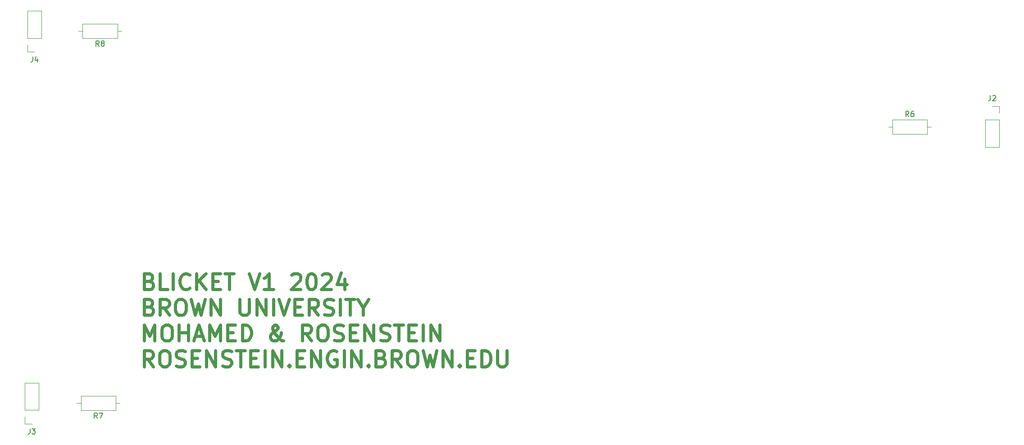
<source format=gbr>
%TF.GenerationSoftware,KiCad,Pcbnew,8.0.3*%
%TF.CreationDate,2024-11-03T11:14:26-05:00*%
%TF.ProjectId,toy,746f792e-6b69-4636-9164-5f7063625858,rev?*%
%TF.SameCoordinates,Original*%
%TF.FileFunction,Legend,Top*%
%TF.FilePolarity,Positive*%
%FSLAX46Y46*%
G04 Gerber Fmt 4.6, Leading zero omitted, Abs format (unit mm)*
G04 Created by KiCad (PCBNEW 8.0.3) date 2024-11-03 11:14:26*
%MOMM*%
%LPD*%
G01*
G04 APERTURE LIST*
%ADD10C,0.600000*%
%ADD11C,0.150000*%
%ADD12C,0.120000*%
G04 APERTURE END LIST*
D10*
X68109021Y-103540732D02*
X68537593Y-103683589D01*
X68537593Y-103683589D02*
X68680450Y-103826446D01*
X68680450Y-103826446D02*
X68823307Y-104112161D01*
X68823307Y-104112161D02*
X68823307Y-104540732D01*
X68823307Y-104540732D02*
X68680450Y-104826446D01*
X68680450Y-104826446D02*
X68537593Y-104969304D01*
X68537593Y-104969304D02*
X68251878Y-105112161D01*
X68251878Y-105112161D02*
X67109021Y-105112161D01*
X67109021Y-105112161D02*
X67109021Y-102112161D01*
X67109021Y-102112161D02*
X68109021Y-102112161D01*
X68109021Y-102112161D02*
X68394736Y-102255018D01*
X68394736Y-102255018D02*
X68537593Y-102397875D01*
X68537593Y-102397875D02*
X68680450Y-102683589D01*
X68680450Y-102683589D02*
X68680450Y-102969304D01*
X68680450Y-102969304D02*
X68537593Y-103255018D01*
X68537593Y-103255018D02*
X68394736Y-103397875D01*
X68394736Y-103397875D02*
X68109021Y-103540732D01*
X68109021Y-103540732D02*
X67109021Y-103540732D01*
X71537593Y-105112161D02*
X70109021Y-105112161D01*
X70109021Y-105112161D02*
X70109021Y-102112161D01*
X72537592Y-105112161D02*
X72537592Y-102112161D01*
X75680449Y-104826446D02*
X75537592Y-104969304D01*
X75537592Y-104969304D02*
X75109020Y-105112161D01*
X75109020Y-105112161D02*
X74823306Y-105112161D01*
X74823306Y-105112161D02*
X74394735Y-104969304D01*
X74394735Y-104969304D02*
X74109020Y-104683589D01*
X74109020Y-104683589D02*
X73966163Y-104397875D01*
X73966163Y-104397875D02*
X73823306Y-103826446D01*
X73823306Y-103826446D02*
X73823306Y-103397875D01*
X73823306Y-103397875D02*
X73966163Y-102826446D01*
X73966163Y-102826446D02*
X74109020Y-102540732D01*
X74109020Y-102540732D02*
X74394735Y-102255018D01*
X74394735Y-102255018D02*
X74823306Y-102112161D01*
X74823306Y-102112161D02*
X75109020Y-102112161D01*
X75109020Y-102112161D02*
X75537592Y-102255018D01*
X75537592Y-102255018D02*
X75680449Y-102397875D01*
X76966163Y-105112161D02*
X76966163Y-102112161D01*
X78680449Y-105112161D02*
X77394735Y-103397875D01*
X78680449Y-102112161D02*
X76966163Y-103826446D01*
X79966163Y-103540732D02*
X80966163Y-103540732D01*
X81394735Y-105112161D02*
X79966163Y-105112161D01*
X79966163Y-105112161D02*
X79966163Y-102112161D01*
X79966163Y-102112161D02*
X81394735Y-102112161D01*
X82251878Y-102112161D02*
X83966164Y-102112161D01*
X83109021Y-105112161D02*
X83109021Y-102112161D01*
X86823306Y-102112161D02*
X87823306Y-105112161D01*
X87823306Y-105112161D02*
X88823306Y-102112161D01*
X91394735Y-105112161D02*
X89680449Y-105112161D01*
X90537592Y-105112161D02*
X90537592Y-102112161D01*
X90537592Y-102112161D02*
X90251878Y-102540732D01*
X90251878Y-102540732D02*
X89966163Y-102826446D01*
X89966163Y-102826446D02*
X89680449Y-102969304D01*
X94823306Y-102397875D02*
X94966163Y-102255018D01*
X94966163Y-102255018D02*
X95251878Y-102112161D01*
X95251878Y-102112161D02*
X95966163Y-102112161D01*
X95966163Y-102112161D02*
X96251878Y-102255018D01*
X96251878Y-102255018D02*
X96394735Y-102397875D01*
X96394735Y-102397875D02*
X96537592Y-102683589D01*
X96537592Y-102683589D02*
X96537592Y-102969304D01*
X96537592Y-102969304D02*
X96394735Y-103397875D01*
X96394735Y-103397875D02*
X94680449Y-105112161D01*
X94680449Y-105112161D02*
X96537592Y-105112161D01*
X98394735Y-102112161D02*
X98680449Y-102112161D01*
X98680449Y-102112161D02*
X98966163Y-102255018D01*
X98966163Y-102255018D02*
X99109021Y-102397875D01*
X99109021Y-102397875D02*
X99251878Y-102683589D01*
X99251878Y-102683589D02*
X99394735Y-103255018D01*
X99394735Y-103255018D02*
X99394735Y-103969304D01*
X99394735Y-103969304D02*
X99251878Y-104540732D01*
X99251878Y-104540732D02*
X99109021Y-104826446D01*
X99109021Y-104826446D02*
X98966163Y-104969304D01*
X98966163Y-104969304D02*
X98680449Y-105112161D01*
X98680449Y-105112161D02*
X98394735Y-105112161D01*
X98394735Y-105112161D02*
X98109021Y-104969304D01*
X98109021Y-104969304D02*
X97966163Y-104826446D01*
X97966163Y-104826446D02*
X97823306Y-104540732D01*
X97823306Y-104540732D02*
X97680449Y-103969304D01*
X97680449Y-103969304D02*
X97680449Y-103255018D01*
X97680449Y-103255018D02*
X97823306Y-102683589D01*
X97823306Y-102683589D02*
X97966163Y-102397875D01*
X97966163Y-102397875D02*
X98109021Y-102255018D01*
X98109021Y-102255018D02*
X98394735Y-102112161D01*
X100537592Y-102397875D02*
X100680449Y-102255018D01*
X100680449Y-102255018D02*
X100966164Y-102112161D01*
X100966164Y-102112161D02*
X101680449Y-102112161D01*
X101680449Y-102112161D02*
X101966164Y-102255018D01*
X101966164Y-102255018D02*
X102109021Y-102397875D01*
X102109021Y-102397875D02*
X102251878Y-102683589D01*
X102251878Y-102683589D02*
X102251878Y-102969304D01*
X102251878Y-102969304D02*
X102109021Y-103397875D01*
X102109021Y-103397875D02*
X100394735Y-105112161D01*
X100394735Y-105112161D02*
X102251878Y-105112161D01*
X104823307Y-103112161D02*
X104823307Y-105112161D01*
X104109021Y-101969304D02*
X103394735Y-104112161D01*
X103394735Y-104112161D02*
X105251878Y-104112161D01*
X68109021Y-108370564D02*
X68537593Y-108513421D01*
X68537593Y-108513421D02*
X68680450Y-108656278D01*
X68680450Y-108656278D02*
X68823307Y-108941993D01*
X68823307Y-108941993D02*
X68823307Y-109370564D01*
X68823307Y-109370564D02*
X68680450Y-109656278D01*
X68680450Y-109656278D02*
X68537593Y-109799136D01*
X68537593Y-109799136D02*
X68251878Y-109941993D01*
X68251878Y-109941993D02*
X67109021Y-109941993D01*
X67109021Y-109941993D02*
X67109021Y-106941993D01*
X67109021Y-106941993D02*
X68109021Y-106941993D01*
X68109021Y-106941993D02*
X68394736Y-107084850D01*
X68394736Y-107084850D02*
X68537593Y-107227707D01*
X68537593Y-107227707D02*
X68680450Y-107513421D01*
X68680450Y-107513421D02*
X68680450Y-107799136D01*
X68680450Y-107799136D02*
X68537593Y-108084850D01*
X68537593Y-108084850D02*
X68394736Y-108227707D01*
X68394736Y-108227707D02*
X68109021Y-108370564D01*
X68109021Y-108370564D02*
X67109021Y-108370564D01*
X71823307Y-109941993D02*
X70823307Y-108513421D01*
X70109021Y-109941993D02*
X70109021Y-106941993D01*
X70109021Y-106941993D02*
X71251878Y-106941993D01*
X71251878Y-106941993D02*
X71537593Y-107084850D01*
X71537593Y-107084850D02*
X71680450Y-107227707D01*
X71680450Y-107227707D02*
X71823307Y-107513421D01*
X71823307Y-107513421D02*
X71823307Y-107941993D01*
X71823307Y-107941993D02*
X71680450Y-108227707D01*
X71680450Y-108227707D02*
X71537593Y-108370564D01*
X71537593Y-108370564D02*
X71251878Y-108513421D01*
X71251878Y-108513421D02*
X70109021Y-108513421D01*
X73680450Y-106941993D02*
X74251878Y-106941993D01*
X74251878Y-106941993D02*
X74537593Y-107084850D01*
X74537593Y-107084850D02*
X74823307Y-107370564D01*
X74823307Y-107370564D02*
X74966164Y-107941993D01*
X74966164Y-107941993D02*
X74966164Y-108941993D01*
X74966164Y-108941993D02*
X74823307Y-109513421D01*
X74823307Y-109513421D02*
X74537593Y-109799136D01*
X74537593Y-109799136D02*
X74251878Y-109941993D01*
X74251878Y-109941993D02*
X73680450Y-109941993D01*
X73680450Y-109941993D02*
X73394736Y-109799136D01*
X73394736Y-109799136D02*
X73109021Y-109513421D01*
X73109021Y-109513421D02*
X72966164Y-108941993D01*
X72966164Y-108941993D02*
X72966164Y-107941993D01*
X72966164Y-107941993D02*
X73109021Y-107370564D01*
X73109021Y-107370564D02*
X73394736Y-107084850D01*
X73394736Y-107084850D02*
X73680450Y-106941993D01*
X75966164Y-106941993D02*
X76680450Y-109941993D01*
X76680450Y-109941993D02*
X77251878Y-107799136D01*
X77251878Y-107799136D02*
X77823307Y-109941993D01*
X77823307Y-109941993D02*
X78537593Y-106941993D01*
X79680449Y-109941993D02*
X79680449Y-106941993D01*
X79680449Y-106941993D02*
X81394735Y-109941993D01*
X81394735Y-109941993D02*
X81394735Y-106941993D01*
X85109020Y-106941993D02*
X85109020Y-109370564D01*
X85109020Y-109370564D02*
X85251877Y-109656278D01*
X85251877Y-109656278D02*
X85394735Y-109799136D01*
X85394735Y-109799136D02*
X85680449Y-109941993D01*
X85680449Y-109941993D02*
X86251877Y-109941993D01*
X86251877Y-109941993D02*
X86537592Y-109799136D01*
X86537592Y-109799136D02*
X86680449Y-109656278D01*
X86680449Y-109656278D02*
X86823306Y-109370564D01*
X86823306Y-109370564D02*
X86823306Y-106941993D01*
X88251877Y-109941993D02*
X88251877Y-106941993D01*
X88251877Y-106941993D02*
X89966163Y-109941993D01*
X89966163Y-109941993D02*
X89966163Y-106941993D01*
X91394734Y-109941993D02*
X91394734Y-106941993D01*
X92394734Y-106941993D02*
X93394734Y-109941993D01*
X93394734Y-109941993D02*
X94394734Y-106941993D01*
X95394734Y-108370564D02*
X96394734Y-108370564D01*
X96823306Y-109941993D02*
X95394734Y-109941993D01*
X95394734Y-109941993D02*
X95394734Y-106941993D01*
X95394734Y-106941993D02*
X96823306Y-106941993D01*
X99823306Y-109941993D02*
X98823306Y-108513421D01*
X98109020Y-109941993D02*
X98109020Y-106941993D01*
X98109020Y-106941993D02*
X99251877Y-106941993D01*
X99251877Y-106941993D02*
X99537592Y-107084850D01*
X99537592Y-107084850D02*
X99680449Y-107227707D01*
X99680449Y-107227707D02*
X99823306Y-107513421D01*
X99823306Y-107513421D02*
X99823306Y-107941993D01*
X99823306Y-107941993D02*
X99680449Y-108227707D01*
X99680449Y-108227707D02*
X99537592Y-108370564D01*
X99537592Y-108370564D02*
X99251877Y-108513421D01*
X99251877Y-108513421D02*
X98109020Y-108513421D01*
X100966163Y-109799136D02*
X101394735Y-109941993D01*
X101394735Y-109941993D02*
X102109020Y-109941993D01*
X102109020Y-109941993D02*
X102394735Y-109799136D01*
X102394735Y-109799136D02*
X102537592Y-109656278D01*
X102537592Y-109656278D02*
X102680449Y-109370564D01*
X102680449Y-109370564D02*
X102680449Y-109084850D01*
X102680449Y-109084850D02*
X102537592Y-108799136D01*
X102537592Y-108799136D02*
X102394735Y-108656278D01*
X102394735Y-108656278D02*
X102109020Y-108513421D01*
X102109020Y-108513421D02*
X101537592Y-108370564D01*
X101537592Y-108370564D02*
X101251877Y-108227707D01*
X101251877Y-108227707D02*
X101109020Y-108084850D01*
X101109020Y-108084850D02*
X100966163Y-107799136D01*
X100966163Y-107799136D02*
X100966163Y-107513421D01*
X100966163Y-107513421D02*
X101109020Y-107227707D01*
X101109020Y-107227707D02*
X101251877Y-107084850D01*
X101251877Y-107084850D02*
X101537592Y-106941993D01*
X101537592Y-106941993D02*
X102251877Y-106941993D01*
X102251877Y-106941993D02*
X102680449Y-107084850D01*
X103966163Y-109941993D02*
X103966163Y-106941993D01*
X104966163Y-106941993D02*
X106680449Y-106941993D01*
X105823306Y-109941993D02*
X105823306Y-106941993D01*
X108251877Y-108513421D02*
X108251877Y-109941993D01*
X107251877Y-106941993D02*
X108251877Y-108513421D01*
X108251877Y-108513421D02*
X109251877Y-106941993D01*
X67109021Y-114771825D02*
X67109021Y-111771825D01*
X67109021Y-111771825D02*
X68109021Y-113914682D01*
X68109021Y-113914682D02*
X69109021Y-111771825D01*
X69109021Y-111771825D02*
X69109021Y-114771825D01*
X71109021Y-111771825D02*
X71680449Y-111771825D01*
X71680449Y-111771825D02*
X71966164Y-111914682D01*
X71966164Y-111914682D02*
X72251878Y-112200396D01*
X72251878Y-112200396D02*
X72394735Y-112771825D01*
X72394735Y-112771825D02*
X72394735Y-113771825D01*
X72394735Y-113771825D02*
X72251878Y-114343253D01*
X72251878Y-114343253D02*
X71966164Y-114628968D01*
X71966164Y-114628968D02*
X71680449Y-114771825D01*
X71680449Y-114771825D02*
X71109021Y-114771825D01*
X71109021Y-114771825D02*
X70823307Y-114628968D01*
X70823307Y-114628968D02*
X70537592Y-114343253D01*
X70537592Y-114343253D02*
X70394735Y-113771825D01*
X70394735Y-113771825D02*
X70394735Y-112771825D01*
X70394735Y-112771825D02*
X70537592Y-112200396D01*
X70537592Y-112200396D02*
X70823307Y-111914682D01*
X70823307Y-111914682D02*
X71109021Y-111771825D01*
X73680449Y-114771825D02*
X73680449Y-111771825D01*
X73680449Y-113200396D02*
X75394735Y-113200396D01*
X75394735Y-114771825D02*
X75394735Y-111771825D01*
X76680449Y-113914682D02*
X78109021Y-113914682D01*
X76394735Y-114771825D02*
X77394735Y-111771825D01*
X77394735Y-111771825D02*
X78394735Y-114771825D01*
X79394735Y-114771825D02*
X79394735Y-111771825D01*
X79394735Y-111771825D02*
X80394735Y-113914682D01*
X80394735Y-113914682D02*
X81394735Y-111771825D01*
X81394735Y-111771825D02*
X81394735Y-114771825D01*
X82823306Y-113200396D02*
X83823306Y-113200396D01*
X84251878Y-114771825D02*
X82823306Y-114771825D01*
X82823306Y-114771825D02*
X82823306Y-111771825D01*
X82823306Y-111771825D02*
X84251878Y-111771825D01*
X85537592Y-114771825D02*
X85537592Y-111771825D01*
X85537592Y-111771825D02*
X86251878Y-111771825D01*
X86251878Y-111771825D02*
X86680449Y-111914682D01*
X86680449Y-111914682D02*
X86966164Y-112200396D01*
X86966164Y-112200396D02*
X87109021Y-112486110D01*
X87109021Y-112486110D02*
X87251878Y-113057539D01*
X87251878Y-113057539D02*
X87251878Y-113486110D01*
X87251878Y-113486110D02*
X87109021Y-114057539D01*
X87109021Y-114057539D02*
X86966164Y-114343253D01*
X86966164Y-114343253D02*
X86680449Y-114628968D01*
X86680449Y-114628968D02*
X86251878Y-114771825D01*
X86251878Y-114771825D02*
X85537592Y-114771825D01*
X93251878Y-114771825D02*
X93109021Y-114771825D01*
X93109021Y-114771825D02*
X92823306Y-114628968D01*
X92823306Y-114628968D02*
X92394735Y-114200396D01*
X92394735Y-114200396D02*
X91680449Y-113343253D01*
X91680449Y-113343253D02*
X91394735Y-112914682D01*
X91394735Y-112914682D02*
X91251878Y-112486110D01*
X91251878Y-112486110D02*
X91251878Y-112200396D01*
X91251878Y-112200396D02*
X91394735Y-111914682D01*
X91394735Y-111914682D02*
X91680449Y-111771825D01*
X91680449Y-111771825D02*
X91823306Y-111771825D01*
X91823306Y-111771825D02*
X92109021Y-111914682D01*
X92109021Y-111914682D02*
X92251878Y-112200396D01*
X92251878Y-112200396D02*
X92251878Y-112343253D01*
X92251878Y-112343253D02*
X92109021Y-112628968D01*
X92109021Y-112628968D02*
X91966163Y-112771825D01*
X91966163Y-112771825D02*
X91109021Y-113343253D01*
X91109021Y-113343253D02*
X90966163Y-113486110D01*
X90966163Y-113486110D02*
X90823306Y-113771825D01*
X90823306Y-113771825D02*
X90823306Y-114200396D01*
X90823306Y-114200396D02*
X90966163Y-114486110D01*
X90966163Y-114486110D02*
X91109021Y-114628968D01*
X91109021Y-114628968D02*
X91394735Y-114771825D01*
X91394735Y-114771825D02*
X91823306Y-114771825D01*
X91823306Y-114771825D02*
X92109021Y-114628968D01*
X92109021Y-114628968D02*
X92251878Y-114486110D01*
X92251878Y-114486110D02*
X92680449Y-113914682D01*
X92680449Y-113914682D02*
X92823306Y-113486110D01*
X92823306Y-113486110D02*
X92823306Y-113200396D01*
X98537592Y-114771825D02*
X97537592Y-113343253D01*
X96823306Y-114771825D02*
X96823306Y-111771825D01*
X96823306Y-111771825D02*
X97966163Y-111771825D01*
X97966163Y-111771825D02*
X98251878Y-111914682D01*
X98251878Y-111914682D02*
X98394735Y-112057539D01*
X98394735Y-112057539D02*
X98537592Y-112343253D01*
X98537592Y-112343253D02*
X98537592Y-112771825D01*
X98537592Y-112771825D02*
X98394735Y-113057539D01*
X98394735Y-113057539D02*
X98251878Y-113200396D01*
X98251878Y-113200396D02*
X97966163Y-113343253D01*
X97966163Y-113343253D02*
X96823306Y-113343253D01*
X100394735Y-111771825D02*
X100966163Y-111771825D01*
X100966163Y-111771825D02*
X101251878Y-111914682D01*
X101251878Y-111914682D02*
X101537592Y-112200396D01*
X101537592Y-112200396D02*
X101680449Y-112771825D01*
X101680449Y-112771825D02*
X101680449Y-113771825D01*
X101680449Y-113771825D02*
X101537592Y-114343253D01*
X101537592Y-114343253D02*
X101251878Y-114628968D01*
X101251878Y-114628968D02*
X100966163Y-114771825D01*
X100966163Y-114771825D02*
X100394735Y-114771825D01*
X100394735Y-114771825D02*
X100109021Y-114628968D01*
X100109021Y-114628968D02*
X99823306Y-114343253D01*
X99823306Y-114343253D02*
X99680449Y-113771825D01*
X99680449Y-113771825D02*
X99680449Y-112771825D01*
X99680449Y-112771825D02*
X99823306Y-112200396D01*
X99823306Y-112200396D02*
X100109021Y-111914682D01*
X100109021Y-111914682D02*
X100394735Y-111771825D01*
X102823306Y-114628968D02*
X103251878Y-114771825D01*
X103251878Y-114771825D02*
X103966163Y-114771825D01*
X103966163Y-114771825D02*
X104251878Y-114628968D01*
X104251878Y-114628968D02*
X104394735Y-114486110D01*
X104394735Y-114486110D02*
X104537592Y-114200396D01*
X104537592Y-114200396D02*
X104537592Y-113914682D01*
X104537592Y-113914682D02*
X104394735Y-113628968D01*
X104394735Y-113628968D02*
X104251878Y-113486110D01*
X104251878Y-113486110D02*
X103966163Y-113343253D01*
X103966163Y-113343253D02*
X103394735Y-113200396D01*
X103394735Y-113200396D02*
X103109020Y-113057539D01*
X103109020Y-113057539D02*
X102966163Y-112914682D01*
X102966163Y-112914682D02*
X102823306Y-112628968D01*
X102823306Y-112628968D02*
X102823306Y-112343253D01*
X102823306Y-112343253D02*
X102966163Y-112057539D01*
X102966163Y-112057539D02*
X103109020Y-111914682D01*
X103109020Y-111914682D02*
X103394735Y-111771825D01*
X103394735Y-111771825D02*
X104109020Y-111771825D01*
X104109020Y-111771825D02*
X104537592Y-111914682D01*
X105823306Y-113200396D02*
X106823306Y-113200396D01*
X107251878Y-114771825D02*
X105823306Y-114771825D01*
X105823306Y-114771825D02*
X105823306Y-111771825D01*
X105823306Y-111771825D02*
X107251878Y-111771825D01*
X108537592Y-114771825D02*
X108537592Y-111771825D01*
X108537592Y-111771825D02*
X110251878Y-114771825D01*
X110251878Y-114771825D02*
X110251878Y-111771825D01*
X111537592Y-114628968D02*
X111966164Y-114771825D01*
X111966164Y-114771825D02*
X112680449Y-114771825D01*
X112680449Y-114771825D02*
X112966164Y-114628968D01*
X112966164Y-114628968D02*
X113109021Y-114486110D01*
X113109021Y-114486110D02*
X113251878Y-114200396D01*
X113251878Y-114200396D02*
X113251878Y-113914682D01*
X113251878Y-113914682D02*
X113109021Y-113628968D01*
X113109021Y-113628968D02*
X112966164Y-113486110D01*
X112966164Y-113486110D02*
X112680449Y-113343253D01*
X112680449Y-113343253D02*
X112109021Y-113200396D01*
X112109021Y-113200396D02*
X111823306Y-113057539D01*
X111823306Y-113057539D02*
X111680449Y-112914682D01*
X111680449Y-112914682D02*
X111537592Y-112628968D01*
X111537592Y-112628968D02*
X111537592Y-112343253D01*
X111537592Y-112343253D02*
X111680449Y-112057539D01*
X111680449Y-112057539D02*
X111823306Y-111914682D01*
X111823306Y-111914682D02*
X112109021Y-111771825D01*
X112109021Y-111771825D02*
X112823306Y-111771825D01*
X112823306Y-111771825D02*
X113251878Y-111914682D01*
X114109021Y-111771825D02*
X115823307Y-111771825D01*
X114966164Y-114771825D02*
X114966164Y-111771825D01*
X116823306Y-113200396D02*
X117823306Y-113200396D01*
X118251878Y-114771825D02*
X116823306Y-114771825D01*
X116823306Y-114771825D02*
X116823306Y-111771825D01*
X116823306Y-111771825D02*
X118251878Y-111771825D01*
X119537592Y-114771825D02*
X119537592Y-111771825D01*
X120966163Y-114771825D02*
X120966163Y-111771825D01*
X120966163Y-111771825D02*
X122680449Y-114771825D01*
X122680449Y-114771825D02*
X122680449Y-111771825D01*
X68823307Y-119601657D02*
X67823307Y-118173085D01*
X67109021Y-119601657D02*
X67109021Y-116601657D01*
X67109021Y-116601657D02*
X68251878Y-116601657D01*
X68251878Y-116601657D02*
X68537593Y-116744514D01*
X68537593Y-116744514D02*
X68680450Y-116887371D01*
X68680450Y-116887371D02*
X68823307Y-117173085D01*
X68823307Y-117173085D02*
X68823307Y-117601657D01*
X68823307Y-117601657D02*
X68680450Y-117887371D01*
X68680450Y-117887371D02*
X68537593Y-118030228D01*
X68537593Y-118030228D02*
X68251878Y-118173085D01*
X68251878Y-118173085D02*
X67109021Y-118173085D01*
X70680450Y-116601657D02*
X71251878Y-116601657D01*
X71251878Y-116601657D02*
X71537593Y-116744514D01*
X71537593Y-116744514D02*
X71823307Y-117030228D01*
X71823307Y-117030228D02*
X71966164Y-117601657D01*
X71966164Y-117601657D02*
X71966164Y-118601657D01*
X71966164Y-118601657D02*
X71823307Y-119173085D01*
X71823307Y-119173085D02*
X71537593Y-119458800D01*
X71537593Y-119458800D02*
X71251878Y-119601657D01*
X71251878Y-119601657D02*
X70680450Y-119601657D01*
X70680450Y-119601657D02*
X70394736Y-119458800D01*
X70394736Y-119458800D02*
X70109021Y-119173085D01*
X70109021Y-119173085D02*
X69966164Y-118601657D01*
X69966164Y-118601657D02*
X69966164Y-117601657D01*
X69966164Y-117601657D02*
X70109021Y-117030228D01*
X70109021Y-117030228D02*
X70394736Y-116744514D01*
X70394736Y-116744514D02*
X70680450Y-116601657D01*
X73109021Y-119458800D02*
X73537593Y-119601657D01*
X73537593Y-119601657D02*
X74251878Y-119601657D01*
X74251878Y-119601657D02*
X74537593Y-119458800D01*
X74537593Y-119458800D02*
X74680450Y-119315942D01*
X74680450Y-119315942D02*
X74823307Y-119030228D01*
X74823307Y-119030228D02*
X74823307Y-118744514D01*
X74823307Y-118744514D02*
X74680450Y-118458800D01*
X74680450Y-118458800D02*
X74537593Y-118315942D01*
X74537593Y-118315942D02*
X74251878Y-118173085D01*
X74251878Y-118173085D02*
X73680450Y-118030228D01*
X73680450Y-118030228D02*
X73394735Y-117887371D01*
X73394735Y-117887371D02*
X73251878Y-117744514D01*
X73251878Y-117744514D02*
X73109021Y-117458800D01*
X73109021Y-117458800D02*
X73109021Y-117173085D01*
X73109021Y-117173085D02*
X73251878Y-116887371D01*
X73251878Y-116887371D02*
X73394735Y-116744514D01*
X73394735Y-116744514D02*
X73680450Y-116601657D01*
X73680450Y-116601657D02*
X74394735Y-116601657D01*
X74394735Y-116601657D02*
X74823307Y-116744514D01*
X76109021Y-118030228D02*
X77109021Y-118030228D01*
X77537593Y-119601657D02*
X76109021Y-119601657D01*
X76109021Y-119601657D02*
X76109021Y-116601657D01*
X76109021Y-116601657D02*
X77537593Y-116601657D01*
X78823307Y-119601657D02*
X78823307Y-116601657D01*
X78823307Y-116601657D02*
X80537593Y-119601657D01*
X80537593Y-119601657D02*
X80537593Y-116601657D01*
X81823307Y-119458800D02*
X82251879Y-119601657D01*
X82251879Y-119601657D02*
X82966164Y-119601657D01*
X82966164Y-119601657D02*
X83251879Y-119458800D01*
X83251879Y-119458800D02*
X83394736Y-119315942D01*
X83394736Y-119315942D02*
X83537593Y-119030228D01*
X83537593Y-119030228D02*
X83537593Y-118744514D01*
X83537593Y-118744514D02*
X83394736Y-118458800D01*
X83394736Y-118458800D02*
X83251879Y-118315942D01*
X83251879Y-118315942D02*
X82966164Y-118173085D01*
X82966164Y-118173085D02*
X82394736Y-118030228D01*
X82394736Y-118030228D02*
X82109021Y-117887371D01*
X82109021Y-117887371D02*
X81966164Y-117744514D01*
X81966164Y-117744514D02*
X81823307Y-117458800D01*
X81823307Y-117458800D02*
X81823307Y-117173085D01*
X81823307Y-117173085D02*
X81966164Y-116887371D01*
X81966164Y-116887371D02*
X82109021Y-116744514D01*
X82109021Y-116744514D02*
X82394736Y-116601657D01*
X82394736Y-116601657D02*
X83109021Y-116601657D01*
X83109021Y-116601657D02*
X83537593Y-116744514D01*
X84394736Y-116601657D02*
X86109022Y-116601657D01*
X85251879Y-119601657D02*
X85251879Y-116601657D01*
X87109021Y-118030228D02*
X88109021Y-118030228D01*
X88537593Y-119601657D02*
X87109021Y-119601657D01*
X87109021Y-119601657D02*
X87109021Y-116601657D01*
X87109021Y-116601657D02*
X88537593Y-116601657D01*
X89823307Y-119601657D02*
X89823307Y-116601657D01*
X91251878Y-119601657D02*
X91251878Y-116601657D01*
X91251878Y-116601657D02*
X92966164Y-119601657D01*
X92966164Y-119601657D02*
X92966164Y-116601657D01*
X94394735Y-119315942D02*
X94537592Y-119458800D01*
X94537592Y-119458800D02*
X94394735Y-119601657D01*
X94394735Y-119601657D02*
X94251878Y-119458800D01*
X94251878Y-119458800D02*
X94394735Y-119315942D01*
X94394735Y-119315942D02*
X94394735Y-119601657D01*
X95823306Y-118030228D02*
X96823306Y-118030228D01*
X97251878Y-119601657D02*
X95823306Y-119601657D01*
X95823306Y-119601657D02*
X95823306Y-116601657D01*
X95823306Y-116601657D02*
X97251878Y-116601657D01*
X98537592Y-119601657D02*
X98537592Y-116601657D01*
X98537592Y-116601657D02*
X100251878Y-119601657D01*
X100251878Y-119601657D02*
X100251878Y-116601657D01*
X103251878Y-116744514D02*
X102966164Y-116601657D01*
X102966164Y-116601657D02*
X102537592Y-116601657D01*
X102537592Y-116601657D02*
X102109021Y-116744514D01*
X102109021Y-116744514D02*
X101823306Y-117030228D01*
X101823306Y-117030228D02*
X101680449Y-117315942D01*
X101680449Y-117315942D02*
X101537592Y-117887371D01*
X101537592Y-117887371D02*
X101537592Y-118315942D01*
X101537592Y-118315942D02*
X101680449Y-118887371D01*
X101680449Y-118887371D02*
X101823306Y-119173085D01*
X101823306Y-119173085D02*
X102109021Y-119458800D01*
X102109021Y-119458800D02*
X102537592Y-119601657D01*
X102537592Y-119601657D02*
X102823306Y-119601657D01*
X102823306Y-119601657D02*
X103251878Y-119458800D01*
X103251878Y-119458800D02*
X103394735Y-119315942D01*
X103394735Y-119315942D02*
X103394735Y-118315942D01*
X103394735Y-118315942D02*
X102823306Y-118315942D01*
X104680449Y-119601657D02*
X104680449Y-116601657D01*
X106109020Y-119601657D02*
X106109020Y-116601657D01*
X106109020Y-116601657D02*
X107823306Y-119601657D01*
X107823306Y-119601657D02*
X107823306Y-116601657D01*
X109251877Y-119315942D02*
X109394734Y-119458800D01*
X109394734Y-119458800D02*
X109251877Y-119601657D01*
X109251877Y-119601657D02*
X109109020Y-119458800D01*
X109109020Y-119458800D02*
X109251877Y-119315942D01*
X109251877Y-119315942D02*
X109251877Y-119601657D01*
X111680448Y-118030228D02*
X112109020Y-118173085D01*
X112109020Y-118173085D02*
X112251877Y-118315942D01*
X112251877Y-118315942D02*
X112394734Y-118601657D01*
X112394734Y-118601657D02*
X112394734Y-119030228D01*
X112394734Y-119030228D02*
X112251877Y-119315942D01*
X112251877Y-119315942D02*
X112109020Y-119458800D01*
X112109020Y-119458800D02*
X111823305Y-119601657D01*
X111823305Y-119601657D02*
X110680448Y-119601657D01*
X110680448Y-119601657D02*
X110680448Y-116601657D01*
X110680448Y-116601657D02*
X111680448Y-116601657D01*
X111680448Y-116601657D02*
X111966163Y-116744514D01*
X111966163Y-116744514D02*
X112109020Y-116887371D01*
X112109020Y-116887371D02*
X112251877Y-117173085D01*
X112251877Y-117173085D02*
X112251877Y-117458800D01*
X112251877Y-117458800D02*
X112109020Y-117744514D01*
X112109020Y-117744514D02*
X111966163Y-117887371D01*
X111966163Y-117887371D02*
X111680448Y-118030228D01*
X111680448Y-118030228D02*
X110680448Y-118030228D01*
X115394734Y-119601657D02*
X114394734Y-118173085D01*
X113680448Y-119601657D02*
X113680448Y-116601657D01*
X113680448Y-116601657D02*
X114823305Y-116601657D01*
X114823305Y-116601657D02*
X115109020Y-116744514D01*
X115109020Y-116744514D02*
X115251877Y-116887371D01*
X115251877Y-116887371D02*
X115394734Y-117173085D01*
X115394734Y-117173085D02*
X115394734Y-117601657D01*
X115394734Y-117601657D02*
X115251877Y-117887371D01*
X115251877Y-117887371D02*
X115109020Y-118030228D01*
X115109020Y-118030228D02*
X114823305Y-118173085D01*
X114823305Y-118173085D02*
X113680448Y-118173085D01*
X117251877Y-116601657D02*
X117823305Y-116601657D01*
X117823305Y-116601657D02*
X118109020Y-116744514D01*
X118109020Y-116744514D02*
X118394734Y-117030228D01*
X118394734Y-117030228D02*
X118537591Y-117601657D01*
X118537591Y-117601657D02*
X118537591Y-118601657D01*
X118537591Y-118601657D02*
X118394734Y-119173085D01*
X118394734Y-119173085D02*
X118109020Y-119458800D01*
X118109020Y-119458800D02*
X117823305Y-119601657D01*
X117823305Y-119601657D02*
X117251877Y-119601657D01*
X117251877Y-119601657D02*
X116966163Y-119458800D01*
X116966163Y-119458800D02*
X116680448Y-119173085D01*
X116680448Y-119173085D02*
X116537591Y-118601657D01*
X116537591Y-118601657D02*
X116537591Y-117601657D01*
X116537591Y-117601657D02*
X116680448Y-117030228D01*
X116680448Y-117030228D02*
X116966163Y-116744514D01*
X116966163Y-116744514D02*
X117251877Y-116601657D01*
X119537591Y-116601657D02*
X120251877Y-119601657D01*
X120251877Y-119601657D02*
X120823305Y-117458800D01*
X120823305Y-117458800D02*
X121394734Y-119601657D01*
X121394734Y-119601657D02*
X122109020Y-116601657D01*
X123251876Y-119601657D02*
X123251876Y-116601657D01*
X123251876Y-116601657D02*
X124966162Y-119601657D01*
X124966162Y-119601657D02*
X124966162Y-116601657D01*
X126394733Y-119315942D02*
X126537590Y-119458800D01*
X126537590Y-119458800D02*
X126394733Y-119601657D01*
X126394733Y-119601657D02*
X126251876Y-119458800D01*
X126251876Y-119458800D02*
X126394733Y-119315942D01*
X126394733Y-119315942D02*
X126394733Y-119601657D01*
X127823304Y-118030228D02*
X128823304Y-118030228D01*
X129251876Y-119601657D02*
X127823304Y-119601657D01*
X127823304Y-119601657D02*
X127823304Y-116601657D01*
X127823304Y-116601657D02*
X129251876Y-116601657D01*
X130537590Y-119601657D02*
X130537590Y-116601657D01*
X130537590Y-116601657D02*
X131251876Y-116601657D01*
X131251876Y-116601657D02*
X131680447Y-116744514D01*
X131680447Y-116744514D02*
X131966162Y-117030228D01*
X131966162Y-117030228D02*
X132109019Y-117315942D01*
X132109019Y-117315942D02*
X132251876Y-117887371D01*
X132251876Y-117887371D02*
X132251876Y-118315942D01*
X132251876Y-118315942D02*
X132109019Y-118887371D01*
X132109019Y-118887371D02*
X131966162Y-119173085D01*
X131966162Y-119173085D02*
X131680447Y-119458800D01*
X131680447Y-119458800D02*
X131251876Y-119601657D01*
X131251876Y-119601657D02*
X130537590Y-119601657D01*
X133537590Y-116601657D02*
X133537590Y-119030228D01*
X133537590Y-119030228D02*
X133680447Y-119315942D01*
X133680447Y-119315942D02*
X133823305Y-119458800D01*
X133823305Y-119458800D02*
X134109019Y-119601657D01*
X134109019Y-119601657D02*
X134680447Y-119601657D01*
X134680447Y-119601657D02*
X134966162Y-119458800D01*
X134966162Y-119458800D02*
X135109019Y-119315942D01*
X135109019Y-119315942D02*
X135251876Y-119030228D01*
X135251876Y-119030228D02*
X135251876Y-116601657D01*
D11*
X58663333Y-59324819D02*
X58330000Y-58848628D01*
X58091905Y-59324819D02*
X58091905Y-58324819D01*
X58091905Y-58324819D02*
X58472857Y-58324819D01*
X58472857Y-58324819D02*
X58568095Y-58372438D01*
X58568095Y-58372438D02*
X58615714Y-58420057D01*
X58615714Y-58420057D02*
X58663333Y-58515295D01*
X58663333Y-58515295D02*
X58663333Y-58658152D01*
X58663333Y-58658152D02*
X58615714Y-58753390D01*
X58615714Y-58753390D02*
X58568095Y-58801009D01*
X58568095Y-58801009D02*
X58472857Y-58848628D01*
X58472857Y-58848628D02*
X58091905Y-58848628D01*
X59234762Y-58753390D02*
X59139524Y-58705771D01*
X59139524Y-58705771D02*
X59091905Y-58658152D01*
X59091905Y-58658152D02*
X59044286Y-58562914D01*
X59044286Y-58562914D02*
X59044286Y-58515295D01*
X59044286Y-58515295D02*
X59091905Y-58420057D01*
X59091905Y-58420057D02*
X59139524Y-58372438D01*
X59139524Y-58372438D02*
X59234762Y-58324819D01*
X59234762Y-58324819D02*
X59425238Y-58324819D01*
X59425238Y-58324819D02*
X59520476Y-58372438D01*
X59520476Y-58372438D02*
X59568095Y-58420057D01*
X59568095Y-58420057D02*
X59615714Y-58515295D01*
X59615714Y-58515295D02*
X59615714Y-58562914D01*
X59615714Y-58562914D02*
X59568095Y-58658152D01*
X59568095Y-58658152D02*
X59520476Y-58705771D01*
X59520476Y-58705771D02*
X59425238Y-58753390D01*
X59425238Y-58753390D02*
X59234762Y-58753390D01*
X59234762Y-58753390D02*
X59139524Y-58801009D01*
X59139524Y-58801009D02*
X59091905Y-58848628D01*
X59091905Y-58848628D02*
X59044286Y-58943866D01*
X59044286Y-58943866D02*
X59044286Y-59134342D01*
X59044286Y-59134342D02*
X59091905Y-59229580D01*
X59091905Y-59229580D02*
X59139524Y-59277200D01*
X59139524Y-59277200D02*
X59234762Y-59324819D01*
X59234762Y-59324819D02*
X59425238Y-59324819D01*
X59425238Y-59324819D02*
X59520476Y-59277200D01*
X59520476Y-59277200D02*
X59568095Y-59229580D01*
X59568095Y-59229580D02*
X59615714Y-59134342D01*
X59615714Y-59134342D02*
X59615714Y-58943866D01*
X59615714Y-58943866D02*
X59568095Y-58848628D01*
X59568095Y-58848628D02*
X59520476Y-58801009D01*
X59520476Y-58801009D02*
X59425238Y-58753390D01*
X58333333Y-129324819D02*
X58000000Y-128848628D01*
X57761905Y-129324819D02*
X57761905Y-128324819D01*
X57761905Y-128324819D02*
X58142857Y-128324819D01*
X58142857Y-128324819D02*
X58238095Y-128372438D01*
X58238095Y-128372438D02*
X58285714Y-128420057D01*
X58285714Y-128420057D02*
X58333333Y-128515295D01*
X58333333Y-128515295D02*
X58333333Y-128658152D01*
X58333333Y-128658152D02*
X58285714Y-128753390D01*
X58285714Y-128753390D02*
X58238095Y-128801009D01*
X58238095Y-128801009D02*
X58142857Y-128848628D01*
X58142857Y-128848628D02*
X57761905Y-128848628D01*
X58666667Y-128324819D02*
X59333333Y-128324819D01*
X59333333Y-128324819D02*
X58904762Y-129324819D01*
X210833333Y-72584819D02*
X210500000Y-72108628D01*
X210261905Y-72584819D02*
X210261905Y-71584819D01*
X210261905Y-71584819D02*
X210642857Y-71584819D01*
X210642857Y-71584819D02*
X210738095Y-71632438D01*
X210738095Y-71632438D02*
X210785714Y-71680057D01*
X210785714Y-71680057D02*
X210833333Y-71775295D01*
X210833333Y-71775295D02*
X210833333Y-71918152D01*
X210833333Y-71918152D02*
X210785714Y-72013390D01*
X210785714Y-72013390D02*
X210738095Y-72061009D01*
X210738095Y-72061009D02*
X210642857Y-72108628D01*
X210642857Y-72108628D02*
X210261905Y-72108628D01*
X211690476Y-71584819D02*
X211500000Y-71584819D01*
X211500000Y-71584819D02*
X211404762Y-71632438D01*
X211404762Y-71632438D02*
X211357143Y-71680057D01*
X211357143Y-71680057D02*
X211261905Y-71822914D01*
X211261905Y-71822914D02*
X211214286Y-72013390D01*
X211214286Y-72013390D02*
X211214286Y-72394342D01*
X211214286Y-72394342D02*
X211261905Y-72489580D01*
X211261905Y-72489580D02*
X211309524Y-72537200D01*
X211309524Y-72537200D02*
X211404762Y-72584819D01*
X211404762Y-72584819D02*
X211595238Y-72584819D01*
X211595238Y-72584819D02*
X211690476Y-72537200D01*
X211690476Y-72537200D02*
X211738095Y-72489580D01*
X211738095Y-72489580D02*
X211785714Y-72394342D01*
X211785714Y-72394342D02*
X211785714Y-72156247D01*
X211785714Y-72156247D02*
X211738095Y-72061009D01*
X211738095Y-72061009D02*
X211690476Y-72013390D01*
X211690476Y-72013390D02*
X211595238Y-71965771D01*
X211595238Y-71965771D02*
X211404762Y-71965771D01*
X211404762Y-71965771D02*
X211309524Y-72013390D01*
X211309524Y-72013390D02*
X211261905Y-72061009D01*
X211261905Y-72061009D02*
X211214286Y-72156247D01*
X46166666Y-61304819D02*
X46166666Y-62019104D01*
X46166666Y-62019104D02*
X46119047Y-62161961D01*
X46119047Y-62161961D02*
X46023809Y-62257200D01*
X46023809Y-62257200D02*
X45880952Y-62304819D01*
X45880952Y-62304819D02*
X45785714Y-62304819D01*
X47071428Y-61638152D02*
X47071428Y-62304819D01*
X46833333Y-61257200D02*
X46595238Y-61971485D01*
X46595238Y-61971485D02*
X47214285Y-61971485D01*
X226166666Y-68604819D02*
X226166666Y-69319104D01*
X226166666Y-69319104D02*
X226119047Y-69461961D01*
X226119047Y-69461961D02*
X226023809Y-69557200D01*
X226023809Y-69557200D02*
X225880952Y-69604819D01*
X225880952Y-69604819D02*
X225785714Y-69604819D01*
X226595238Y-68700057D02*
X226642857Y-68652438D01*
X226642857Y-68652438D02*
X226738095Y-68604819D01*
X226738095Y-68604819D02*
X226976190Y-68604819D01*
X226976190Y-68604819D02*
X227071428Y-68652438D01*
X227071428Y-68652438D02*
X227119047Y-68700057D01*
X227119047Y-68700057D02*
X227166666Y-68795295D01*
X227166666Y-68795295D02*
X227166666Y-68890533D01*
X227166666Y-68890533D02*
X227119047Y-69033390D01*
X227119047Y-69033390D02*
X226547619Y-69604819D01*
X226547619Y-69604819D02*
X227166666Y-69604819D01*
X45666666Y-131304819D02*
X45666666Y-132019104D01*
X45666666Y-132019104D02*
X45619047Y-132161961D01*
X45619047Y-132161961D02*
X45523809Y-132257200D01*
X45523809Y-132257200D02*
X45380952Y-132304819D01*
X45380952Y-132304819D02*
X45285714Y-132304819D01*
X46047619Y-131304819D02*
X46666666Y-131304819D01*
X46666666Y-131304819D02*
X46333333Y-131685771D01*
X46333333Y-131685771D02*
X46476190Y-131685771D01*
X46476190Y-131685771D02*
X46571428Y-131733390D01*
X46571428Y-131733390D02*
X46619047Y-131781009D01*
X46619047Y-131781009D02*
X46666666Y-131876247D01*
X46666666Y-131876247D02*
X46666666Y-132114342D01*
X46666666Y-132114342D02*
X46619047Y-132209580D01*
X46619047Y-132209580D02*
X46571428Y-132257200D01*
X46571428Y-132257200D02*
X46476190Y-132304819D01*
X46476190Y-132304819D02*
X46190476Y-132304819D01*
X46190476Y-132304819D02*
X46095238Y-132257200D01*
X46095238Y-132257200D02*
X46047619Y-132209580D01*
D12*
%TO.C,R8*%
X62870000Y-56500000D02*
X62100000Y-56500000D01*
X62100000Y-57870000D02*
X62100000Y-55130000D01*
X62100000Y-55130000D02*
X55560000Y-55130000D01*
X55560000Y-57870000D02*
X62100000Y-57870000D01*
X55560000Y-55130000D02*
X55560000Y-57870000D01*
X54790000Y-56500000D02*
X55560000Y-56500000D01*
%TO.C,R7*%
X54460000Y-126500000D02*
X55230000Y-126500000D01*
X55230000Y-125130000D02*
X55230000Y-127870000D01*
X55230000Y-127870000D02*
X61770000Y-127870000D01*
X61770000Y-125130000D02*
X55230000Y-125130000D01*
X61770000Y-127870000D02*
X61770000Y-125130000D01*
X62540000Y-126500000D02*
X61770000Y-126500000D01*
%TO.C,R6*%
X206960000Y-74500000D02*
X207730000Y-74500000D01*
X207730000Y-73130000D02*
X207730000Y-75870000D01*
X207730000Y-75870000D02*
X214270000Y-75870000D01*
X214270000Y-73130000D02*
X207730000Y-73130000D01*
X214270000Y-75870000D02*
X214270000Y-73130000D01*
X215040000Y-74500000D02*
X214270000Y-74500000D01*
%TO.C,J4*%
X45170000Y-57810000D02*
X45170000Y-52670000D01*
X45170000Y-60410000D02*
X45170000Y-59080000D01*
X46500000Y-60410000D02*
X45170000Y-60410000D01*
X47830000Y-52670000D02*
X45170000Y-52670000D01*
X47830000Y-57810000D02*
X45170000Y-57810000D01*
X47830000Y-57810000D02*
X47830000Y-52670000D01*
%TO.C,J2*%
X225170000Y-73190000D02*
X225170000Y-78330000D01*
X225170000Y-73190000D02*
X227830000Y-73190000D01*
X225170000Y-78330000D02*
X227830000Y-78330000D01*
X226500000Y-70590000D02*
X227830000Y-70590000D01*
X227830000Y-70590000D02*
X227830000Y-71920000D01*
X227830000Y-73190000D02*
X227830000Y-78330000D01*
%TO.C,J3*%
X44670000Y-127810000D02*
X44670000Y-122670000D01*
X44670000Y-130410000D02*
X44670000Y-129080000D01*
X46000000Y-130410000D02*
X44670000Y-130410000D01*
X47330000Y-122670000D02*
X44670000Y-122670000D01*
X47330000Y-127810000D02*
X44670000Y-127810000D01*
X47330000Y-127810000D02*
X47330000Y-122670000D01*
%TD*%
M02*

</source>
